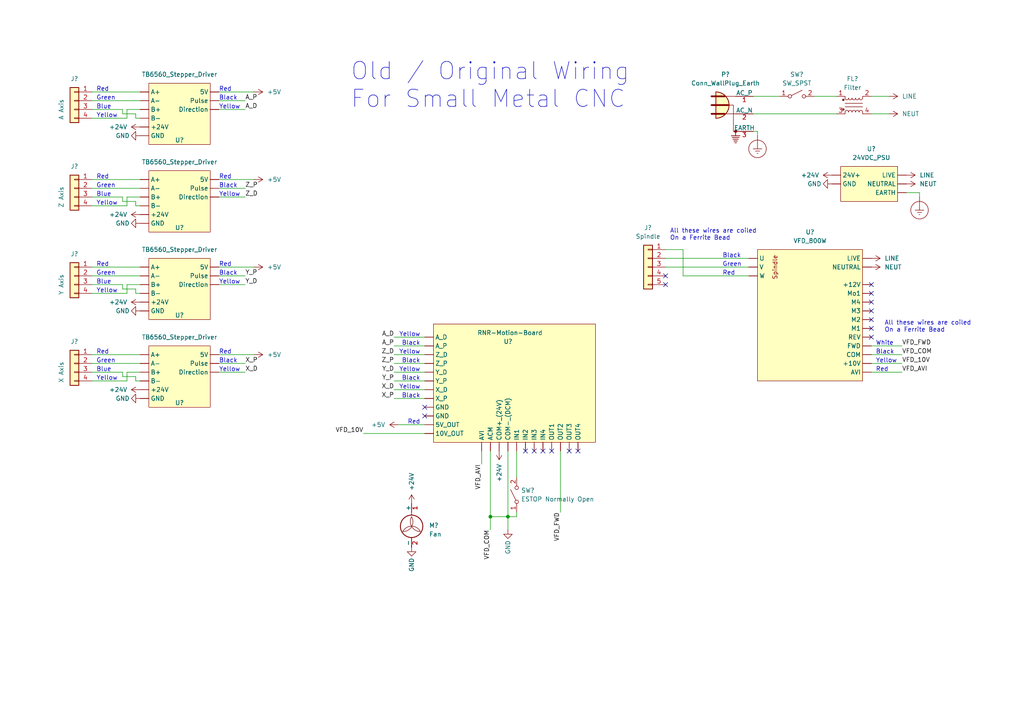
<source format=kicad_sch>
(kicad_sch (version 20211123) (generator eeschema)
  (paper "A4")
  (lib_symbols
    (symbol "Connector:Conn_WallPlug_Earth" (pin_names (offset 0))
      (property "Reference" "P" (at 0 3.81 0))
      (property "Value" "Conn_WallPlug_Earth" (at -5.08 0 90))
      (symbol "Conn_WallPlug_Earth_0_1"
        (arc (start -3.175 -3.81) (mid 0.635 0) (end -3.175 3.81) (stroke (width 0.254)) (fill (type background)))
        (polyline (pts (xy -4.445 -2.54) (xy -0.635 -2.54)) (stroke (width 0.508)))
        (polyline (pts (xy -4.445 0) (xy 0.508 0)) (stroke (width 0.508)))
        (polyline (pts (xy -4.445 2.54) (xy -0.635 2.54)) (stroke (width 0.508)))
        (polyline (pts (xy -3.175 -3.81) (xy -3.175 3.81)) (stroke (width 0.254)))
        (polyline (pts (xy -0.635 -2.54) (xy 2.54 -2.54)))
        (polyline (pts (xy -0.635 2.54) (xy 2.54 2.54)))
        (polyline (pts (xy 1.524 -9.398) (xy 3.556 -9.398)) (stroke (width 0.2032)))
        (polyline (pts (xy 1.778 -9.906) (xy 3.302 -9.906)) (stroke (width 0.2032)))
        (polyline (pts (xy 2.032 -10.414) (xy 3.048 -10.414)) (stroke (width 0.2032)))
        (polyline (pts (xy 2.286 -10.922) (xy 2.794 -10.922)) (stroke (width 0.2032)))
        (polyline (pts (xy 2.54 -7.62) (xy 2.54 -8.89)) (stroke (width 0.2032)))
        (polyline (pts (xy 3.81 -8.89) (xy 1.27 -8.89)) (stroke (width 0.2032)))
        (polyline (pts (xy 2.54 -7.62) (xy 1.905 -7.62) (xy 1.905 0) (xy -4.445 0)))
        (circle (center 2.54 -7.62) (radius 0.3556) (fill (type outline)))
      )
      (symbol "Conn_WallPlug_Earth_1_1"
        (pin power_out line (at 7.62 2.54 180) (length 5.08) (name "AC_P") (number "1"))
        (pin power_out line (at 7.62 -2.54 180) (length 5.08) (name "AC_N") (number "2"))
        (pin passive line (at 7.62 -7.62 180) (length 5.08) (name "EARTH") (number "3"))
      )
    )
    (symbol "Connector_Generic:Conn_01x04" (pin_names (offset 1.016) hide)
      (property "Reference" "J" (at 0 5.08 0))
      (property "Value" "Conn_01x04" (at 0 -7.62 0))
      (symbol "Conn_01x04_1_1"
        (rectangle (start -1.27 -4.953) (end 0 -5.207) (stroke (width 0.1524)))
        (rectangle (start -1.27 -2.413) (end 0 -2.667) (stroke (width 0.1524)))
        (rectangle (start -1.27 0.127) (end 0 -0.127) (stroke (width 0.1524)))
        (rectangle (start -1.27 2.667) (end 0 2.413) (stroke (width 0.1524)))
        (rectangle (start -1.27 3.81) (end 1.27 -6.35) (stroke (width 0.254)) (fill (type background)))
        (pin passive line (at -5.08 2.54 0) (length 3.81) (name "Pin_1") (number "1"))
        (pin passive line (at -5.08 0 0) (length 3.81) (name "Pin_2") (number "2"))
        (pin passive line (at -5.08 -2.54 0) (length 3.81) (name "Pin_3") (number "3"))
        (pin passive line (at -5.08 -5.08 0) (length 3.81) (name "Pin_4") (number "4"))
      )
    )
    (symbol "Connector_Generic:Conn_01x05" (pin_names (offset 1.016) hide)
      (property "Reference" "J" (at 0 7.62 0))
      (property "Value" "Conn_01x05" (at 0 -7.62 0))
      (symbol "Conn_01x05_1_1"
        (rectangle (start -1.27 -4.953) (end 0 -5.207) (stroke (width 0.1524)))
        (rectangle (start -1.27 -2.413) (end 0 -2.667) (stroke (width 0.1524)))
        (rectangle (start -1.27 0.127) (end 0 -0.127) (stroke (width 0.1524)))
        (rectangle (start -1.27 2.667) (end 0 2.413) (stroke (width 0.1524)))
        (rectangle (start -1.27 5.207) (end 0 4.953) (stroke (width 0.1524)))
        (rectangle (start -1.27 6.35) (end 1.27 -6.35) (stroke (width 0.254)) (fill (type background)))
        (pin passive line (at -5.08 5.08 0) (length 3.81) (name "Pin_1") (number "1"))
        (pin passive line (at -5.08 2.54 0) (length 3.81) (name "Pin_2") (number "2"))
        (pin passive line (at -5.08 0 0) (length 3.81) (name "Pin_3") (number "3"))
        (pin passive line (at -5.08 -2.54 0) (length 3.81) (name "Pin_4") (number "4"))
        (pin passive line (at -5.08 -5.08 0) (length 3.81) (name "Pin_5") (number "5"))
      )
    )
    (symbol "Custom_Boards:24VDC_PSU"
      (property "Reference" "U" (at 5.08 8.89 0))
      (property "Value" "24VDC_PSU" (at -3.81 8.89 0))
      (symbol "24VDC_PSU_0_1"
        (rectangle (start -8.89 7.62) (end 7.62 -2.54) (fill (type background)))
      )
      (symbol "24VDC_PSU_1_1"
        (pin power_out line (at -11.43 5.08 0) (length 2.54) (name "24V+") (number ""))
        (pin power_in line (at 10.16 0 180) (length 2.54) (name "EARTH") (number ""))
        (pin power_out line (at -11.43 2.54 0) (length 2.54) (name "GND") (number ""))
        (pin power_in line (at 10.16 5.08 180) (length 2.54) (name "LIVE") (number ""))
        (pin power_in line (at 10.16 2.54 180) (length 2.54) (name "NEUTRAL") (number ""))
      )
    )
    (symbol "Custom_Boards:RNR-Motion-Board"
      (property "Reference" "U" (at 6.35 -2.54 0))
      (property "Value" "RNR-Motion-Board" (at 8.89 1.27 0))
      (symbol "RNR-Motion-Board_0_1"
        (rectangle (start -10.16 2.54) (end 36.83 -31.75) (fill (type background)))
      )
      (symbol "RNR-Motion-Board_1_1"
        (pin power_out line (at -12.7 -29.21 0) (length 2.54) (name "10V_OUT") (number ""))
        (pin power_out line (at -12.7 -26.67 0) (length 2.54) (name "5V_OUT") (number ""))
        (pin input line (at -12.7 -1.27 0) (length 2.54) (name "A_D") (number ""))
        (pin input line (at -12.7 -3.81 0) (length 2.54) (name "A_P") (number ""))
        (pin input line (at 6.35 -34.29 90) (length 2.54) (name "ACM") (number ""))
        (pin input line (at 3.81 -34.29 90) (length 2.54) (name "AVI") (number ""))
        (pin power_in line (at 8.89 -34.29 90) (length 2.54) (name "COM+_(24V)") (number ""))
        (pin input line (at 11.43 -34.29 90) (length 2.54) (name "COM-_(DCM)") (number ""))
        (pin power_in line (at -12.7 -24.13 0) (length 2.54) (name "GND") (number ""))
        (pin power_in line (at -12.7 -21.59 0) (length 2.54) (name "GND") (number ""))
        (pin input line (at 13.97 -34.29 90) (length 2.54) (name "IN1") (number ""))
        (pin input line (at 16.51 -34.29 90) (length 2.54) (name "IN2") (number ""))
        (pin input line (at 19.05 -34.29 90) (length 2.54) (name "IN3") (number ""))
        (pin input line (at 21.59 -34.29 90) (length 2.54) (name "IN4") (number ""))
        (pin input line (at 24.13 -34.29 90) (length 2.54) (name "OUT1") (number ""))
        (pin input line (at 26.67 -34.29 90) (length 2.54) (name "OUT2") (number ""))
        (pin input line (at 29.21 -34.29 90) (length 2.54) (name "OUT3") (number ""))
        (pin input line (at 31.75 -34.29 90) (length 2.54) (name "OUT4") (number ""))
        (pin input line (at -12.7 -16.51 0) (length 2.54) (name "X_D") (number ""))
        (pin input line (at -12.7 -19.05 0) (length 2.54) (name "X_P") (number ""))
        (pin input line (at -12.7 -11.43 0) (length 2.54) (name "Y_D") (number ""))
        (pin input line (at -12.7 -13.97 0) (length 2.54) (name "Y_P") (number ""))
        (pin input line (at -12.7 -6.35 0) (length 2.54) (name "Z_D") (number ""))
        (pin input line (at -12.7 -8.89 0) (length 2.54) (name "Z_P") (number ""))
      )
    )
    (symbol "Custom_Boards:TB6560_Stepper_Driver"
      (property "Reference" "U" (at 0 1.27 0))
      (property "Value" "TB6560_Stepper_Driver" (at 0 3.81 0))
      (symbol "TB6560_Stepper_Driver_0_1"
        (rectangle (start -7.62 0) (end 10.16 -17.78) (fill (type background)))
      )
      (symbol "TB6560_Stepper_Driver_1_1"
        (pin power_in line (at -10.16 -12.7 0) (length 2.54) (name "+24V") (number ""))
        (pin power_in line (at 12.7 -2.54 180) (length 2.54) (name "5V") (number ""))
        (pin output line (at -10.16 -2.54 0) (length 2.54) (name "A+") (number ""))
        (pin output line (at -10.16 -5.08 0) (length 2.54) (name "A-") (number ""))
        (pin output line (at -10.16 -7.62 0) (length 2.54) (name "B+") (number ""))
        (pin output line (at -10.16 -10.16 0) (length 2.54) (name "B-") (number ""))
        (pin input line (at 12.7 -7.62 180) (length 2.54) (name "Direction") (number ""))
        (pin power_in line (at -10.16 -15.24 0) (length 2.54) (name "GND") (number ""))
        (pin input line (at 12.7 -5.08 180) (length 2.54) (name "Pulse") (number ""))
      )
    )
    (symbol "Custom_Boards:VFD_800W"
      (property "Reference" "U" (at 0 6.35 0))
      (property "Value" "VFD_800W" (at 0 8.89 0))
      (symbol "VFD_800W_0_0"
        (rectangle (start -15.24 0) (end 15.24 -38.1) (fill (type background)))
        (text "Spindle" (at -10.16 -5.08 900) (effects (font (size 1.27 1.27))))
      )
      (symbol "VFD_800W_1_1"
        (pin power_out line (at 17.78 -33.02 180) (length 2.54) (name "+10V") (number ""))
        (pin input line (at 17.78 -10.16 180) (length 2.54) (name "+12V") (number ""))
        (pin input line (at 17.78 -35.56 180) (length 2.54) (name "AVI") (number ""))
        (pin input line (at 17.78 -30.48 180) (length 2.54) (name "COM") (number ""))
        (pin input line (at 17.78 -27.94 180) (length 2.54) (name "FWD") (number ""))
        (pin power_in line (at 17.78 -2.54 180) (length 2.54) (name "LIVE") (number ""))
        (pin input line (at 17.78 -22.86 180) (length 2.54) (name "M1") (number ""))
        (pin input line (at 17.78 -20.32 180) (length 2.54) (name "M2") (number ""))
        (pin input line (at 17.78 -17.78 180) (length 2.54) (name "M3") (number ""))
        (pin input line (at 17.78 -15.24 180) (length 2.54) (name "M4") (number ""))
        (pin input line (at 17.78 -12.7 180) (length 2.54) (name "Mo1") (number ""))
        (pin power_in line (at 17.78 -5.08 180) (length 2.54) (name "NEUTRAL") (number ""))
        (pin input line (at 17.78 -25.4 180) (length 2.54) (name "REV") (number ""))
        (pin output line (at -17.78 -2.54 0) (length 2.54) (name "U") (number ""))
        (pin output line (at -17.78 -5.08 0) (length 2.54) (name "V") (number ""))
        (pin output line (at -17.78 -7.62 0) (length 2.54) (name "W") (number ""))
      )
    )
    (symbol "Device:Filter_EMI_CommonMode" (pin_names (offset 0.254) hide)
      (property "Reference" "FL" (at 0 4.445 0))
      (property "Value" "Filter_EMI_CommonMode" (at 0 -4.445 0))
      (symbol "Filter_EMI_CommonMode_0_1"
        (circle (center -3.048 -1.27) (radius 0.254) (fill (type outline)))
        (circle (center -3.048 1.524) (radius 0.254) (fill (type outline)))
        (arc (start -2.54 2.032) (mid -2.032 1.524) (end -1.524 2.032))
        (arc (start -1.524 -2.032) (mid -2.032 -1.524) (end -2.54 -2.032))
        (arc (start -1.524 2.032) (mid -1.016 1.524) (end -0.508 2.032))
        (arc (start -0.508 -2.032) (mid -1.016 -1.524) (end -1.524 -2.032))
        (arc (start -0.508 2.032) (mid 0 1.524) (end 0.508 2.032))
        (polyline (pts (xy -2.54 -2.032) (xy -2.54 -2.54)))
        (polyline (pts (xy -2.54 0.508) (xy 2.54 0.508)))
        (polyline (pts (xy -2.54 2.032) (xy -2.54 2.54)))
        (polyline (pts (xy 2.54 -2.032) (xy 2.54 -2.54)))
        (polyline (pts (xy 2.54 -0.508) (xy -2.54 -0.508)))
        (polyline (pts (xy 2.54 2.54) (xy 2.54 2.032)))
        (arc (start 0.508 -2.032) (mid 0 -1.524) (end -0.508 -2.032))
        (arc (start 0.508 2.032) (mid 1.016 1.524) (end 1.524 2.032))
        (arc (start 1.524 -2.032) (mid 1.016 -1.524) (end 0.508 -2.032))
        (arc (start 1.524 2.032) (mid 2.032 1.524) (end 2.54 2.032))
        (arc (start 2.54 -2.032) (mid 2.032 -1.524) (end 1.524 -2.032))
      )
      (symbol "Filter_EMI_CommonMode_1_1"
        (pin passive line (at -5.08 2.54 0) (length 2.54) (name "1") (number "1"))
        (pin passive line (at 5.08 2.54 180) (length 2.54) (name "2") (number "2"))
        (pin passive line (at -5.08 -2.54 0) (length 2.54) (name "3") (number "3"))
        (pin passive line (at 5.08 -2.54 180) (length 2.54) (name "4") (number "4"))
      )
    )
    (symbol "Motor:Fan" (pin_names (offset 0))
      (property "Reference" "M" (at 2.54 5.08 0))
      (property "Value" "Fan" (at 2.54 -2.54 0))
      (symbol "Fan_0_1"
        (arc (start -2.54 -0.508) (mid 0.0028 0.9121) (end 0 3.81))
        (polyline (pts (xy 0 -5.08) (xy 0 -4.572)))
        (polyline (pts (xy 0 -2.2352) (xy 0 -2.6416)))
        (polyline (pts (xy 0 4.2672) (xy 0 4.6228)))
        (polyline (pts (xy 0 4.572) (xy 0 5.08)))
        (circle (center 0 1.016) (radius 3.2512) (stroke (width 0.254)))
        (arc (start 0 3.81) (mid 0.053 0.921) (end 2.54 -0.508))
        (arc (start 2.54 -0.508) (mid 0 1.0618) (end -2.54 -0.508))
      )
      (symbol "Fan_1_1"
        (pin passive line (at 0 7.62 270) (length 2.54) (name "+") (number "1"))
        (pin passive line (at 0 -5.08 90) (length 2.54) (name "-") (number "2"))
      )
    )
    (symbol "Switch:SW_SPST" (pin_names (offset 0) hide)
      (property "Reference" "SW" (at 0 3.175 0))
      (property "Value" "SW_SPST" (at 0 -2.54 0))
      (symbol "SW_SPST_0_0"
        (circle (center -2.032 0) (radius 0.508))
        (polyline (pts (xy -1.524 0.254) (xy 1.524 1.778)))
        (circle (center 2.032 0) (radius 0.508))
      )
      (symbol "SW_SPST_1_1"
        (pin passive line (at -5.08 0 0) (length 2.54) (name "A") (number "1"))
        (pin passive line (at 5.08 0 180) (length 2.54) (name "B") (number "2"))
      )
    )
    (symbol "power:+24V" (power) (pin_names (offset 0))
      (property "Value" "+24V" (at 0 3.556 0))
      (symbol "+24V_0_1"
        (polyline (pts (xy -0.762 1.27) (xy 0 2.54)))
        (polyline (pts (xy 0 0) (xy 0 2.54)))
        (polyline (pts (xy 0 2.54) (xy 0.762 1.27)))
      )
      (symbol "+24V_1_1"
        (pin power_in line (at 0 0 90) (length 0) hide (name "+24V") (number "1"))
      )
    )
    (symbol "power:+5V" (power) (pin_names (offset 0))
      (property "Value" "+5V" (at 0 3.556 0))
      (symbol "+5V_0_1"
        (polyline (pts (xy -0.762 1.27) (xy 0 2.54)))
        (polyline (pts (xy 0 0) (xy 0 2.54)))
        (polyline (pts (xy 0 2.54) (xy 0.762 1.27)))
      )
      (symbol "+5V_1_1"
        (pin power_in line (at 0 0 90) (length 0) hide (name "+5V") (number "1"))
      )
    )
    (symbol "power:Earth_Protective" (power) (pin_names (offset 0))
      (symbol "Earth_Protective_0_1"
        (circle (center 0 -3.81) (radius 2.54))
        (polyline (pts (xy -0.635 -4.445) (xy 0.635 -4.445)))
        (polyline (pts (xy -0.127 -5.08) (xy 0.127 -5.08)))
        (polyline (pts (xy 0 -3.81) (xy 0 0)))
        (polyline (pts (xy 1.27 -3.81) (xy -1.27 -3.81)))
      )
      (symbol "Earth_Protective_1_1"
        (pin power_in line (at 0 0 270) (length 0) hide (name "Earth_Protective") (number "1"))
      )
    )
    (symbol "power:GND" (power) (pin_names (offset 0))
      (property "Value" "GND" (at 0 -3.81 0))
      (symbol "GND_0_1"
        (polyline (pts (xy 0 0) (xy 0 -1.27) (xy 1.27 -1.27) (xy 0 -2.54) (xy -1.27 -1.27) (xy 0 -1.27)))
      )
      (symbol "GND_1_1"
        (pin power_in line (at 0 0 270) (length 0) hide (name "GND") (number "1"))
      )
    )
    (symbol "power:LINE" (power) (pin_names (offset 0))
      (property "Value" "LINE" (at 0 3.81 0))
      (symbol "LINE_0_1"
        (polyline (pts (xy -0.762 1.27) (xy 0 2.54)))
        (polyline (pts (xy 0 0) (xy 0 2.54)))
        (polyline (pts (xy 0 2.54) (xy 0.762 1.27)))
      )
      (symbol "LINE_1_1"
        (pin power_in line (at 0 0 90) (length 0) hide (name "LINE") (number "1"))
      )
    )
    (symbol "power:NEUT" (power) (pin_names (offset 0))
      (property "Value" "NEUT" (at 0 3.81 0))
      (symbol "NEUT_0_1"
        (polyline (pts (xy -0.762 1.27) (xy 0 2.54)))
        (polyline (pts (xy 0 0) (xy 0 2.54)))
        (polyline (pts (xy 0 2.54) (xy 0.762 1.27)))
      )
      (symbol "NEUT_1_1"
        (pin power_in line (at 0 0 90) (length 0) hide (name "NEUT") (number "1"))
      )
    )
  )
  (junction (at 147.32 149.86))
  (junction (at 142.24 149.86))
  (no_connect (at 123.19 120.65))
  (no_connect (at 123.19 118.11))
  (no_connect (at 252.73 92.71))
  (no_connect (at 252.73 87.63))
  (no_connect (at 252.73 95.25))
  (no_connect (at 252.73 90.17))
  (no_connect (at 252.73 97.79))
  (no_connect (at 252.73 85.09))
  (no_connect (at 252.73 82.55))
  (no_connect (at 193.04 82.55))
  (no_connect (at 193.04 80.01))
  (no_connect (at 154.94 130.81))
  (no_connect (at 152.4 130.81))
  (no_connect (at 157.48 130.81))
  (no_connect (at 165.1 130.81))
  (no_connect (at 160.02 130.81))
  (no_connect (at 167.64 130.81))
  (wire (pts (xy 63.5 54.61) (xy 71.12 54.61)))
  (wire (pts (xy 149.86 130.81) (xy 149.86 138.43)))
  (wire (pts (xy 35.56 109.22) (xy 35.56 107.95)))
  (wire (pts (xy 26.67 110.49) (xy 36.83 110.49)))
  (wire (pts (xy 114.3 97.79) (xy 123.19 97.79)))
  (wire (pts (xy 252.73 107.95) (xy 261.62 107.95)))
  (wire (pts (xy 35.56 58.42) (xy 35.56 57.15)))
  (wire (pts (xy 26.67 57.15) (xy 35.56 57.15)))
  (wire (pts (xy 26.67 105.41) (xy 40.64 105.41)))
  (wire (pts (xy 26.67 102.87) (xy 40.64 102.87)))
  (wire (pts (xy 39.37 85.09) (xy 39.37 83.82)))
  (wire (pts (xy 142.24 149.86) (xy 147.32 149.86)))
  (wire (pts (xy 198.12 72.39) (xy 198.12 80.01)))
  (wire (pts (xy 26.67 77.47) (xy 40.64 77.47)))
  (wire (pts (xy 26.67 26.67) (xy 40.64 26.67)))
  (wire (pts (xy 63.5 80.01) (xy 71.12 80.01)))
  (wire (pts (xy 40.64 57.15) (xy 36.83 57.15)))
  (wire (pts (xy 26.67 82.55) (xy 35.56 82.55)))
  (wire (pts (xy 63.5 52.07) (xy 73.66 52.07)))
  (wire (pts (xy 36.83 107.95) (xy 36.83 110.49)))
  (wire (pts (xy 63.5 102.87) (xy 73.66 102.87)))
  (wire (pts (xy 63.5 26.67) (xy 73.66 26.67)))
  (wire (pts (xy 193.04 77.47) (xy 217.17 77.47)))
  (wire (pts (xy 162.56 130.81) (xy 162.56 148.59)))
  (wire (pts (xy 149.86 148.59) (xy 149.86 149.86)))
  (wire (pts (xy 26.67 85.09) (xy 36.83 85.09)))
  (wire (pts (xy 139.7 130.81) (xy 139.7 134.62)))
  (wire (pts (xy 252.73 27.94) (xy 257.81 27.94)))
  (wire (pts (xy 36.83 82.55) (xy 36.83 85.09)))
  (wire (pts (xy 63.5 77.47) (xy 73.66 77.47)))
  (wire (pts (xy 63.5 29.21) (xy 71.12 29.21)))
  (wire (pts (xy 114.3 102.87) (xy 123.19 102.87)))
  (wire (pts (xy 26.67 31.75) (xy 35.56 31.75)))
  (wire (pts (xy 236.22 27.94) (xy 242.57 27.94)))
  (wire (pts (xy 218.44 27.94) (xy 226.06 27.94)))
  (wire (pts (xy 147.32 130.81) (xy 147.32 149.86)))
  (wire (pts (xy 142.24 149.86) (xy 142.24 153.67)))
  (wire (pts (xy 40.64 82.55) (xy 36.83 82.55)))
  (wire (pts (xy 193.04 74.93) (xy 217.17 74.93)))
  (wire (pts (xy 147.32 149.86) (xy 149.86 149.86)))
  (wire (pts (xy 39.37 59.69) (xy 40.64 59.69)))
  (wire (pts (xy 252.73 105.41) (xy 261.62 105.41)))
  (wire (pts (xy 252.73 100.33) (xy 261.62 100.33)))
  (wire (pts (xy 105.41 125.73) (xy 123.19 125.73)))
  (wire (pts (xy 39.37 34.29) (xy 40.64 34.29)))
  (wire (pts (xy 266.7 55.88) (xy 266.7 57.15)))
  (wire (pts (xy 219.71 38.1) (xy 219.71 39.37)))
  (wire (pts (xy 39.37 33.02) (xy 35.56 33.02)))
  (wire (pts (xy 35.56 83.82) (xy 35.56 82.55)))
  (wire (pts (xy 26.67 80.01) (xy 40.64 80.01)))
  (wire (pts (xy 114.3 105.41) (xy 123.19 105.41)))
  (wire (pts (xy 26.67 59.69) (xy 36.83 59.69)))
  (wire (pts (xy 252.73 33.02) (xy 257.81 33.02)))
  (wire (pts (xy 114.3 100.33) (xy 123.19 100.33)))
  (wire (pts (xy 63.5 105.41) (xy 71.12 105.41)))
  (wire (pts (xy 39.37 59.69) (xy 39.37 58.42)))
  (wire (pts (xy 63.5 107.95) (xy 71.12 107.95)))
  (wire (pts (xy 39.37 110.49) (xy 39.37 109.22)))
  (wire (pts (xy 39.37 83.82) (xy 35.56 83.82)))
  (wire (pts (xy 26.67 52.07) (xy 40.64 52.07)))
  (wire (pts (xy 193.04 72.39) (xy 198.12 72.39)))
  (wire (pts (xy 114.3 113.03) (xy 123.19 113.03)))
  (wire (pts (xy 147.32 149.86) (xy 147.32 153.67)))
  (wire (pts (xy 40.64 31.75) (xy 36.83 31.75)))
  (wire (pts (xy 63.5 82.55) (xy 71.12 82.55)))
  (wire (pts (xy 39.37 110.49) (xy 40.64 110.49)))
  (wire (pts (xy 114.3 115.57) (xy 123.19 115.57)))
  (wire (pts (xy 36.83 31.75) (xy 36.83 34.29)))
  (wire (pts (xy 26.67 29.21) (xy 40.64 29.21)))
  (wire (pts (xy 35.56 33.02) (xy 35.56 31.75)))
  (wire (pts (xy 115.57 123.19) (xy 123.19 123.19)))
  (wire (pts (xy 39.37 85.09) (xy 40.64 85.09)))
  (wire (pts (xy 39.37 34.29) (xy 39.37 33.02)))
  (wire (pts (xy 40.64 107.95) (xy 36.83 107.95)))
  (wire (pts (xy 218.44 38.1) (xy 219.71 38.1)))
  (wire (pts (xy 252.73 102.87) (xy 261.62 102.87)))
  (wire (pts (xy 39.37 58.42) (xy 35.56 58.42)))
  (wire (pts (xy 26.67 34.29) (xy 36.83 34.29)))
  (wire (pts (xy 262.89 55.88) (xy 266.7 55.88)))
  (wire (pts (xy 26.67 107.95) (xy 35.56 107.95)))
  (wire (pts (xy 63.5 31.75) (xy 71.12 31.75)))
  (wire (pts (xy 114.3 110.49) (xy 123.19 110.49)))
  (wire (pts (xy 63.5 57.15) (xy 71.12 57.15)))
  (wire (pts (xy 36.83 57.15) (xy 36.83 59.69)))
  (wire (pts (xy 26.67 54.61) (xy 40.64 54.61)))
  (wire (pts (xy 142.24 130.81) (xy 142.24 149.86)))
  (wire (pts (xy 114.3 107.95) (xy 123.19 107.95)))
  (wire (pts (xy 198.12 80.01) (xy 217.17 80.01)))
  (wire (pts (xy 218.44 33.02) (xy 242.57 33.02)))
  (wire (pts (xy 39.37 109.22) (xy 35.56 109.22)))
  (text "Yellow" (at 121.92 107.95 180) (effects (font (size 1.27 1.27)) (justify right bottom)))
  (text "Green" (at 27.94 80.01 0) (effects (font (size 1.27 1.27)) (justify left bottom)))
  (text "Yellow" (at 254 105.41 0) (effects (font (size 1.27 1.27)) (justify left bottom)))
  (text "Yellow" (at 121.92 97.79 180) (effects (font (size 1.27 1.27)) (justify right bottom)))
  (text "Red" (at 63.5 102.87 0) (effects (font (size 1.27 1.27)) (justify left bottom)))
  (text "Blue" (at 27.94 82.55 0) (effects (font (size 1.27 1.27)) (justify left bottom)))
  (text "Red" (at 63.5 77.47 0) (effects (font (size 1.27 1.27)) (justify left bottom)))
  (text "Green" (at 27.94 29.21 0) (effects (font (size 1.27 1.27)) (justify left bottom)))
  (text "Black" (at 121.92 105.41 180) (effects (font (size 1.27 1.27)) (justify right bottom)))
  (text "Yellow" (at 63.5 82.55 0) (effects (font (size 1.27 1.27)) (justify left bottom)))
  (text "Red" (at 63.5 26.67 0) (effects (font (size 1.27 1.27)) (justify left bottom)))
  (text "Green" (at 27.94 105.41 0) (effects (font (size 1.27 1.27)) (justify left bottom)))
  (text "Yellow" (at 121.92 102.87 180) (effects (font (size 1.27 1.27)) (justify right bottom)))
  (text "Yellow" (at 27.94 110.49 0) (effects (font (size 1.27 1.27)) (justify left bottom)))
  (text "Yellow" (at 63.5 57.15 0) (effects (font (size 1.27 1.27)) (justify left bottom)))
  (text "Red" (at 63.5 52.07 0) (effects (font (size 1.27 1.27)) (justify left bottom)))
  (text "Black" (at 63.5 54.61 0) (effects (font (size 1.27 1.27)) (justify left bottom)))
  (text "Yellow" (at 27.94 59.69 0) (effects (font (size 1.27 1.27)) (justify left bottom)))
  (text "Yellow" (at 27.94 85.09 0) (effects (font (size 1.27 1.27)) (justify left bottom)))
  (text "Red" (at 209.55 80.01 0) (effects (font (size 1.27 1.27)) (justify left bottom)))
  (text "Green" (at 27.94 54.61 0) (effects (font (size 1.27 1.27)) (justify left bottom)))
  (text "Green" (at 209.55 77.47 0) (effects (font (size 1.27 1.27)) (justify left bottom)))
  (text "Black" (at 63.5 29.21 0) (effects (font (size 1.27 1.27)) (justify left bottom)))
  (text "White" (at 254 100.33 0) (effects (font (size 1.27 1.27)) (justify left bottom)))
  (text "Red" (at 121.92 123.19 180) (effects (font (size 1.27 1.27)) (justify right bottom)))
  (text "Black" (at 254 102.87 0) (effects (font (size 1.27 1.27)) (justify left bottom)))
  (text "Black" (at 121.92 110.49 180) (effects (font (size 1.27 1.27)) (justify right bottom)))
  (text "Blue" (at 27.94 57.15 0) (effects (font (size 1.27 1.27)) (justify left bottom)))
  (text "Old / Original Wiring\nFor Small Metal CNC" (at 101.6 31.75 0) (effects (font (size 5 5)) (justify left bottom)))
  (text "All these wires are coiled\nOn a Ferrite Bead" (at 194.31 69.85 0) (effects (font (size 1.27 1.27)) (justify left bottom)))
  (text "Blue" (at 27.94 31.75 0) (effects (font (size 1.27 1.27)) (justify left bottom)))
  (text "Red" (at 27.94 26.67 0) (effects (font (size 1.27 1.27)) (justify left bottom)))
  (text "Red" (at 254 107.95 0) (effects (font (size 1.27 1.27)) (justify left bottom)))
  (text "Yellow" (at 63.5 107.95 0) (effects (font (size 1.27 1.27)) (justify left bottom)))
  (text "Red" (at 27.94 77.47 0) (effects (font (size 1.27 1.27)) (justify left bottom)))
  (text "Black" (at 63.5 105.41 0) (effects (font (size 1.27 1.27)) (justify left bottom)))
  (text "Yellow" (at 121.92 113.03 180) (effects (font (size 1.27 1.27)) (justify right bottom)))
  (text "Blue" (at 27.94 107.95 0) (effects (font (size 1.27 1.27)) (justify left bottom)))
  (text "Red" (at 27.94 102.87 0) (effects (font (size 1.27 1.27)) (justify left bottom)))
  (text "Black" (at 121.92 100.33 180) (effects (font (size 1.27 1.27)) (justify right bottom)))
  (text "Red" (at 27.94 52.07 0) (effects (font (size 1.27 1.27)) (justify left bottom)))
  (text "All these wires are coiled\nOn a Ferrite Bead" (at 256.54 96.52 0) (effects (font (size 1.27 1.27)) (justify left bottom)))
  (text "Yellow" (at 63.5 31.75 0) (effects (font (size 1.27 1.27)) (justify left bottom)))
  (text "Black" (at 63.5 80.01 0) (effects (font (size 1.27 1.27)) (justify left bottom)))
  (text "Black" (at 121.92 115.57 180) (effects (font (size 1.27 1.27)) (justify right bottom)))
  (text "Yellow" (at 27.94 34.29 0) (effects (font (size 1.27 1.27)) (justify left bottom)))
  (text "Black" (at 209.55 74.93 0) (effects (font (size 1.27 1.27)) (justify left bottom)))
  (label "X_P" (at 71.12 105.41 0))
  (label "X_P" (at 114.3 115.57 180))
  (label "A_D" (at 71.12 31.75 0))
  (label "X_D" (at 71.12 107.95 0))
  (label "Z_D" (at 114.3 102.87 180))
  (label "Y_P" (at 114.3 110.49 180))
  (label "A_P" (at 114.3 100.33 180))
  (label "Y_P" (at 71.12 80.01 0))
  (label "Y_D" (at 71.12 82.55 0))
  (label "VFD_10V" (at 105.41 125.73 180))
  (label "VFD_AVI" (at 139.7 134.62 270))
  (label "Z_D" (at 71.12 57.15 0))
  (label "VFD_FWD" (at 162.56 148.59 270))
  (label "VFD_AVI" (at 261.62 107.95 0))
  (label "VFD_10V" (at 261.62 105.41 0))
  (label "A_D" (at 114.3 97.79 180))
  (label "Z_P" (at 71.12 54.61 0))
  (label "X_D" (at 114.3 113.03 180))
  (label "VFD_COM" (at 261.62 102.87 0))
  (label "Z_P" (at 114.3 105.41 180))
  (label "VFD_COM" (at 142.24 153.67 270))
  (label "A_P" (at 71.12 29.21 0))
  (label "VFD_FWD" (at 261.62 100.33 0))
  (label "Y_D" (at 114.3 107.95 180))
  (symbol (lib_id "power:GND") (at 40.64 90.17 270) (unit 1)
    (property "Reference" "#PWR?" (effects hide))
    (property "Value" "GND" (at 35.56 90.17 90))
  )
  (symbol (lib_id "power:GND") (at 40.64 115.57 270) (unit 1)
    (property "Reference" "#PWR?" (effects hide))
    (property "Value" "GND" (at 35.56 115.57 90))
  )
  (symbol (lib_id "Switch:SW_SPST") (at 149.86 143.51 90) (unit 1)
    (property "Reference" "SW?" (at 151.13 142.2399 90) (effects (justify right)))
    (property "Value" "ESTOP Normally Open" (at 151.13 144.7799 90) (effects (justify right)))
  )
  (symbol (lib_id "Connector_Generic:Conn_01x04") (at 21.59 29.21 0) (mirror y) (unit 1)
    (property "Reference" "J?" (at 21.59 22.86 0))
    (property "Value" "A Axis" (at 17.78 31.75 90))
  )
  (symbol (lib_id "power:+24V") (at 119.38 146.05 0) (unit 1)
    (property "Reference" "#PWR?" (effects hide))
    (property "Value" "+24V" (at 119.38 139.7 90))
  )
  (symbol (lib_id "power:+24V") (at 40.64 62.23 90) (unit 1)
    (property "Reference" "#PWR?" (effects hide))
    (property "Value" "+24V" (at 34.29 62.23 90))
  )
  (symbol (lib_id "power:LINE") (at 257.81 27.94 270) (unit 1)
    (property "Reference" "#PWR?" (effects hide))
    (property "Value" "LINE" (at 261.62 27.9399 90) (effects (justify left)))
  )
  (symbol (lib_id "power:+24V") (at 40.64 87.63 90) (unit 1)
    (property "Reference" "#PWR?" (effects hide))
    (property "Value" "+24V" (at 34.29 87.63 90))
  )
  (symbol (lib_id "power:+5V") (at 73.66 26.67 270) (unit 1)
    (property "Reference" "#PWR?" (effects hide))
    (property "Value" "+5V" (at 77.47 26.6699 90) (effects (justify left)))
  )
  (symbol (lib_id "power:+5V") (at 73.66 52.07 270) (unit 1)
    (property "Reference" "#PWR?" (effects hide))
    (property "Value" "+5V" (at 77.47 52.0699 90) (effects (justify left)))
  )
  (symbol (lib_id "Custom_Boards:TB6560_Stepper_Driver") (at 50.8 24.13 0) (unit 1)
    (property "Reference" "U?" (at 52.07 40.64 0))
    (property "Value" "TB6560_Stepper_Driver" (at 52.07 21.59 0))
  )
  (symbol (lib_id "power:+24V") (at 40.64 36.83 90) (unit 1)
    (property "Reference" "#PWR?" (effects hide))
    (property "Value" "+24V" (at 34.29 36.83 90))
  )
  (symbol (lib_id "Connector_Generic:Conn_01x04") (at 21.59 54.61 0) (mirror y) (unit 1)
    (property "Reference" "J?" (at 21.59 48.26 0))
    (property "Value" "Z Axis" (at 17.78 57.15 90))
  )
  (symbol (lib_id "power:NEUT") (at 257.81 33.02 270) (unit 1)
    (property "Reference" "#PWR?" (effects hide))
    (property "Value" "NEUT" (at 261.62 33.0199 90) (effects (justify left)))
  )
  (symbol (lib_id "power:Earth_Protective") (at 219.71 39.37 0) (unit 1)
    (property "Reference" "#PWR?" (effects hide))
    (property "Value" "Earth_Protective" (effects hide))
  )
  (symbol (lib_id "Custom_Boards:TB6560_Stepper_Driver") (at 50.8 100.33 0) (unit 1)
    (property "Reference" "U?" (at 52.07 116.84 0))
    (property "Value" "TB6560_Stepper_Driver" (at 52.07 97.79 0))
  )
  (symbol (lib_id "power:+5V") (at 73.66 77.47 270) (unit 1)
    (property "Reference" "#PWR?" (effects hide))
    (property "Value" "+5V" (at 77.47 77.4699 90) (effects (justify left)))
  )
  (symbol (lib_id "Custom_Boards:24VDC_PSU") (at 252.73 55.88 0) (unit 1)
    (property "Reference" "U?" (at 252.73 43.18 0))
    (property "Value" "24VDC_PSU" (at 252.73 45.72 0))
  )
  (symbol (lib_id "power:+5V") (at 73.66 102.87 270) (unit 1)
    (property "Reference" "#PWR?" (effects hide))
    (property "Value" "+5V" (at 77.47 102.8699 90) (effects (justify left)))
  )
  (symbol (lib_id "Switch:SW_SPST") (at 231.14 27.94 0) (unit 1)
    (property "Reference" "SW?" (at 231.14 21.59 0))
    (property "Value" "SW_SPST" (at 231.14 24.13 0))
  )
  (symbol (lib_id "power:GND") (at 40.64 64.77 270) (unit 1)
    (property "Reference" "#PWR?" (effects hide))
    (property "Value" "GND" (at 35.56 64.77 90))
  )
  (symbol (lib_id "power:NEUT") (at 262.89 53.34 270) (unit 1)
    (property "Reference" "#PWR?" (effects hide))
    (property "Value" "NEUT" (at 266.7 53.3399 90) (effects (justify left)))
  )
  (symbol (lib_id "power:+24V") (at 241.3 50.8 90) (unit 1)
    (property "Reference" "#PWR?" (effects hide))
    (property "Value" "+24V" (at 234.95 50.8 90))
  )
  (symbol (lib_id "Custom_Boards:TB6560_Stepper_Driver") (at 50.8 49.53 0) (unit 1)
    (property "Reference" "U?" (at 52.07 66.04 0))
    (property "Value" "TB6560_Stepper_Driver" (at 52.07 46.99 0))
  )
  (symbol (lib_id "power:LINE") (at 252.73 74.93 270) (unit 1)
    (property "Reference" "#PWR?" (effects hide))
    (property "Value" "LINE" (at 256.54 74.9299 90) (effects (justify left)))
  )
  (symbol (lib_id "power:+5V") (at 115.57 123.19 90) (unit 1)
    (property "Reference" "#PWR?" (effects hide))
    (property "Value" "+5V" (at 111.76 123.1899 90) (effects (justify left)))
  )
  (symbol (lib_id "power:NEUT") (at 252.73 77.47 270) (unit 1)
    (property "Reference" "#PWR?" (effects hide))
    (property "Value" "NEUT" (at 256.54 77.4699 90) (effects (justify left)))
  )
  (symbol (lib_id "power:GND") (at 40.64 39.37 270) (unit 1)
    (property "Reference" "#PWR?" (effects hide))
    (property "Value" "GND" (at 35.56 39.37 90))
  )
  (symbol (lib_id "power:GND") (at 119.38 158.75 0) (unit 1)
    (property "Reference" "#PWR?" (effects hide))
    (property "Value" "GND" (at 119.38 163.83 90))
  )
  (symbol (lib_id "Custom_Boards:RNR-Motion-Board") (at 135.89 96.52 0) (unit 1)
    (property "Reference" "U?" (at 146.05 99.06 0) (effects (justify left)))
    (property "Value" "RNR-Motion-Board" (at 138.43 96.52 0) (effects (justify left)))
  )
  (symbol (lib_id "Connector_Generic:Conn_01x04") (at 21.59 105.41 0) (mirror y) (unit 1)
    (property "Reference" "J?" (at 21.59 99.06 0))
    (property "Value" "X Axis" (at 17.78 107.95 90))
  )
  (symbol (lib_id "power:GND") (at 241.3 53.34 270) (unit 1)
    (property "Reference" "#PWR?" (effects hide))
    (property "Value" "GND" (at 236.22 53.34 90))
  )
  (symbol (lib_id "power:Earth_Protective") (at 266.7 57.15 0) (unit 1)
    (property "Reference" "#PWR?" (effects hide))
    (property "Value" "Earth_Protective" (effects hide))
  )
  (symbol (lib_id "power:LINE") (at 262.89 50.8 270) (unit 1)
    (property "Reference" "#PWR?" (effects hide))
    (property "Value" "LINE" (at 266.7 50.7999 90) (effects (justify left)))
  )
  (symbol (lib_id "power:+24V") (at 40.64 113.03 90) (unit 1)
    (property "Reference" "#PWR?" (effects hide))
    (property "Value" "+24V" (at 34.29 113.03 90))
  )
  (symbol (lib_id "Motor:Fan") (at 119.38 153.67 0) (unit 1)
    (property "Reference" "M?" (at 124.46 152.3999 0) (effects (justify left)))
    (property "Value" "Fan" (at 124.46 154.9399 0) (effects (justify left)))
  )
  (symbol (lib_id "Custom_Boards:TB6560_Stepper_Driver") (at 50.8 74.93 0) (unit 1)
    (property "Reference" "U?" (at 52.07 91.44 0))
    (property "Value" "TB6560_Stepper_Driver" (at 52.07 72.39 0))
  )
  (symbol (lib_id "power:+24V") (at 144.78 130.81 180) (unit 1)
    (property "Reference" "#PWR?" (effects hide))
    (property "Value" "+24V" (at 144.78 137.16 90))
  )
  (symbol (lib_id "Device:Filter_EMI_CommonMode") (at 247.65 30.48 0) (unit 1)
    (property "Reference" "FL?" (at 247.269 22.86 0))
    (property "Value" "Filter" (at 247.269 25.4 0))
  )
  (symbol (lib_id "Connector_Generic:Conn_01x04") (at 21.59 80.01 0) (mirror y) (unit 1)
    (property "Reference" "J?" (at 21.59 73.66 0))
    (property "Value" "Y Axis" (at 17.78 82.55 90))
  )
  (symbol (lib_id "Connector:Conn_WallPlug_Earth") (at 210.82 30.48 0) (unit 1)
    (property "Reference" "P?" (at 210.4263 21.59 0))
    (property "Value" "Conn_WallPlug_Earth" (at 210.4263 24.13 0))
  )
  (symbol (lib_id "Custom_Boards:VFD_800W") (at 234.95 72.39 0) (unit 1)
    (property "Reference" "U?" (at 234.95 67.31 0))
    (property "Value" "VFD_800W" (at 234.95 69.85 0))
  )
  (symbol (lib_id "Connector_Generic:Conn_01x05") (at 187.96 77.47 0) (mirror y) (unit 1)
    (property "Reference" "J?" (at 187.96 66.04 0))
    (property "Value" "Spindle" (at 187.96 68.58 0))
  )
  (symbol (lib_id "power:GND") (at 147.32 153.67 0) (unit 1)
    (property "Reference" "#PWR?" (effects hide))
    (property "Value" "GND" (at 147.32 158.75 90))
  )
)
</source>
